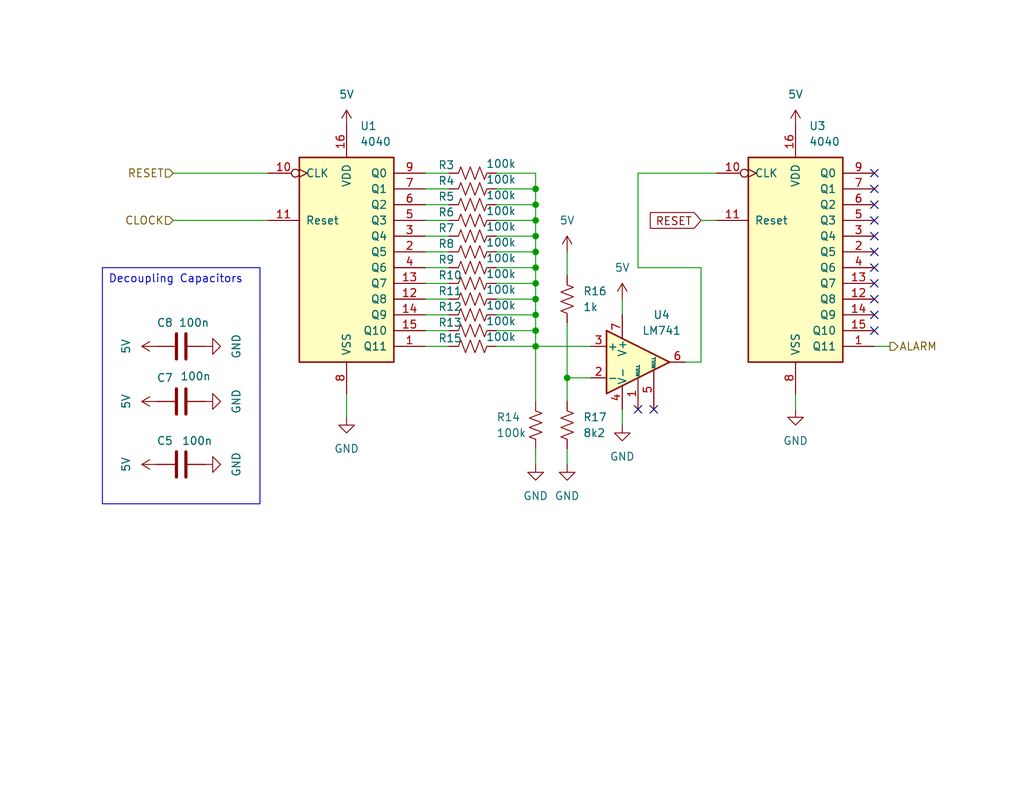
<source format=kicad_sch>
(kicad_sch
	(version 20250114)
	(generator "eeschema")
	(generator_version "9.0")
	(uuid "f31f6da4-c9a6-4cb8-b93b-06cc8203616f")
	(paper "User" 165.1 127)
	(title_block
		(comment 1 "Contador binario desde reloj (1-10 Hz)")
		(comment 2 "2")
	)
	(lib_symbols
		(symbol "4xxx:4040"
			(pin_names
				(offset 1.016)
			)
			(exclude_from_sim no)
			(in_bom yes)
			(on_board yes)
			(property "Reference" "U"
				(at -7.62 16.51 0)
				(effects
					(font
						(size 1.27 1.27)
					)
				)
			)
			(property "Value" "4040"
				(at -7.62 -19.05 0)
				(effects
					(font
						(size 1.27 1.27)
					)
				)
			)
			(property "Footprint" ""
				(at 0 0 0)
				(effects
					(font
						(size 1.27 1.27)
					)
					(hide yes)
				)
			)
			(property "Datasheet" "http://www.intersil.com/content/dam/Intersil/documents/cd40/cd4020bms-24bms-40bms.pdf"
				(at 0 0 0)
				(effects
					(font
						(size 1.27 1.27)
					)
					(hide yes)
				)
			)
			(property "Description" "Binary Counter 12 stages (Asynchronous)"
				(at 0 0 0)
				(effects
					(font
						(size 1.27 1.27)
					)
					(hide yes)
				)
			)
			(property "ki_locked" ""
				(at 0 0 0)
				(effects
					(font
						(size 1.27 1.27)
					)
				)
			)
			(property "ki_keywords" "CMOS CNT CNT12"
				(at 0 0 0)
				(effects
					(font
						(size 1.27 1.27)
					)
					(hide yes)
				)
			)
			(property "ki_fp_filters" "DIP?16*"
				(at 0 0 0)
				(effects
					(font
						(size 1.27 1.27)
					)
					(hide yes)
				)
			)
			(symbol "4040_1_0"
				(pin input inverted_clock
					(at -12.7 12.7 0)
					(length 5.08)
					(name "CLK"
						(effects
							(font
								(size 1.27 1.27)
							)
						)
					)
					(number "10"
						(effects
							(font
								(size 1.27 1.27)
							)
						)
					)
				)
				(pin input line
					(at -12.7 5.08 0)
					(length 5.08)
					(name "Reset"
						(effects
							(font
								(size 1.27 1.27)
							)
						)
					)
					(number "11"
						(effects
							(font
								(size 1.27 1.27)
							)
						)
					)
				)
				(pin power_in line
					(at 0 20.32 270)
					(length 5.08)
					(name "VDD"
						(effects
							(font
								(size 1.27 1.27)
							)
						)
					)
					(number "16"
						(effects
							(font
								(size 1.27 1.27)
							)
						)
					)
				)
				(pin power_in line
					(at 0 -22.86 90)
					(length 5.08)
					(name "VSS"
						(effects
							(font
								(size 1.27 1.27)
							)
						)
					)
					(number "8"
						(effects
							(font
								(size 1.27 1.27)
							)
						)
					)
				)
				(pin output line
					(at 12.7 12.7 180)
					(length 5.08)
					(name "Q0"
						(effects
							(font
								(size 1.27 1.27)
							)
						)
					)
					(number "9"
						(effects
							(font
								(size 1.27 1.27)
							)
						)
					)
				)
				(pin output line
					(at 12.7 10.16 180)
					(length 5.08)
					(name "Q1"
						(effects
							(font
								(size 1.27 1.27)
							)
						)
					)
					(number "7"
						(effects
							(font
								(size 1.27 1.27)
							)
						)
					)
				)
				(pin output line
					(at 12.7 7.62 180)
					(length 5.08)
					(name "Q2"
						(effects
							(font
								(size 1.27 1.27)
							)
						)
					)
					(number "6"
						(effects
							(font
								(size 1.27 1.27)
							)
						)
					)
				)
				(pin output line
					(at 12.7 5.08 180)
					(length 5.08)
					(name "Q3"
						(effects
							(font
								(size 1.27 1.27)
							)
						)
					)
					(number "5"
						(effects
							(font
								(size 1.27 1.27)
							)
						)
					)
				)
				(pin output line
					(at 12.7 2.54 180)
					(length 5.08)
					(name "Q4"
						(effects
							(font
								(size 1.27 1.27)
							)
						)
					)
					(number "3"
						(effects
							(font
								(size 1.27 1.27)
							)
						)
					)
				)
				(pin output line
					(at 12.7 0 180)
					(length 5.08)
					(name "Q5"
						(effects
							(font
								(size 1.27 1.27)
							)
						)
					)
					(number "2"
						(effects
							(font
								(size 1.27 1.27)
							)
						)
					)
				)
				(pin output line
					(at 12.7 -2.54 180)
					(length 5.08)
					(name "Q6"
						(effects
							(font
								(size 1.27 1.27)
							)
						)
					)
					(number "4"
						(effects
							(font
								(size 1.27 1.27)
							)
						)
					)
				)
				(pin output line
					(at 12.7 -5.08 180)
					(length 5.08)
					(name "Q7"
						(effects
							(font
								(size 1.27 1.27)
							)
						)
					)
					(number "13"
						(effects
							(font
								(size 1.27 1.27)
							)
						)
					)
				)
				(pin output line
					(at 12.7 -7.62 180)
					(length 5.08)
					(name "Q8"
						(effects
							(font
								(size 1.27 1.27)
							)
						)
					)
					(number "12"
						(effects
							(font
								(size 1.27 1.27)
							)
						)
					)
				)
				(pin output line
					(at 12.7 -10.16 180)
					(length 5.08)
					(name "Q9"
						(effects
							(font
								(size 1.27 1.27)
							)
						)
					)
					(number "14"
						(effects
							(font
								(size 1.27 1.27)
							)
						)
					)
				)
				(pin output line
					(at 12.7 -12.7 180)
					(length 5.08)
					(name "Q10"
						(effects
							(font
								(size 1.27 1.27)
							)
						)
					)
					(number "15"
						(effects
							(font
								(size 1.27 1.27)
							)
						)
					)
				)
				(pin output line
					(at 12.7 -15.24 180)
					(length 5.08)
					(name "Q11"
						(effects
							(font
								(size 1.27 1.27)
							)
						)
					)
					(number "1"
						(effects
							(font
								(size 1.27 1.27)
							)
						)
					)
				)
			)
			(symbol "4040_1_1"
				(rectangle
					(start -7.62 15.24)
					(end 7.62 -17.78)
					(stroke
						(width 0.254)
						(type default)
					)
					(fill
						(type background)
					)
				)
			)
			(embedded_fonts no)
		)
		(symbol "Amplifier_Operational:LM741"
			(pin_names
				(offset 0.127)
			)
			(exclude_from_sim no)
			(in_bom yes)
			(on_board yes)
			(property "Reference" "U"
				(at 0 6.35 0)
				(effects
					(font
						(size 1.27 1.27)
					)
					(justify left)
				)
			)
			(property "Value" "LM741"
				(at 0 3.81 0)
				(effects
					(font
						(size 1.27 1.27)
					)
					(justify left)
				)
			)
			(property "Footprint" ""
				(at 1.27 1.27 0)
				(effects
					(font
						(size 1.27 1.27)
					)
					(hide yes)
				)
			)
			(property "Datasheet" "http://www.ti.com/lit/ds/symlink/lm741.pdf"
				(at 3.81 3.81 0)
				(effects
					(font
						(size 1.27 1.27)
					)
					(hide yes)
				)
			)
			(property "Description" "Operational Amplifier, DIP-8/TO-99-8"
				(at 0 0 0)
				(effects
					(font
						(size 1.27 1.27)
					)
					(hide yes)
				)
			)
			(property "ki_keywords" "single opamp"
				(at 0 0 0)
				(effects
					(font
						(size 1.27 1.27)
					)
					(hide yes)
				)
			)
			(property "ki_fp_filters" "SOIC*3.9x4.9mm*P1.27mm* DIP*W7.62mm* TSSOP*3x3mm*P0.65mm*"
				(at 0 0 0)
				(effects
					(font
						(size 1.27 1.27)
					)
					(hide yes)
				)
			)
			(symbol "LM741_0_1"
				(polyline
					(pts
						(xy -5.08 5.08) (xy 5.08 0) (xy -5.08 -5.08) (xy -5.08 5.08)
					)
					(stroke
						(width 0.254)
						(type default)
					)
					(fill
						(type background)
					)
				)
			)
			(symbol "LM741_1_1"
				(pin input line
					(at -7.62 2.54 0)
					(length 2.54)
					(name "+"
						(effects
							(font
								(size 1.27 1.27)
							)
						)
					)
					(number "3"
						(effects
							(font
								(size 1.27 1.27)
							)
						)
					)
				)
				(pin input line
					(at -7.62 -2.54 0)
					(length 2.54)
					(name "-"
						(effects
							(font
								(size 1.27 1.27)
							)
						)
					)
					(number "2"
						(effects
							(font
								(size 1.27 1.27)
							)
						)
					)
				)
				(pin power_in line
					(at -2.54 7.62 270)
					(length 3.81)
					(name "V+"
						(effects
							(font
								(size 1.27 1.27)
							)
						)
					)
					(number "7"
						(effects
							(font
								(size 1.27 1.27)
							)
						)
					)
				)
				(pin power_in line
					(at -2.54 -7.62 90)
					(length 3.81)
					(name "V-"
						(effects
							(font
								(size 1.27 1.27)
							)
						)
					)
					(number "4"
						(effects
							(font
								(size 1.27 1.27)
							)
						)
					)
				)
				(pin no_connect line
					(at 0 2.54 270)
					(length 2.54)
					(hide yes)
					(name "NC"
						(effects
							(font
								(size 1.27 1.27)
							)
						)
					)
					(number "8"
						(effects
							(font
								(size 1.27 1.27)
							)
						)
					)
				)
				(pin input line
					(at 0 -7.62 90)
					(length 5.08)
					(name "NULL"
						(effects
							(font
								(size 0.508 0.508)
							)
						)
					)
					(number "1"
						(effects
							(font
								(size 1.27 1.27)
							)
						)
					)
				)
				(pin input line
					(at 2.54 -7.62 90)
					(length 6.35)
					(name "NULL"
						(effects
							(font
								(size 0.508 0.508)
							)
						)
					)
					(number "5"
						(effects
							(font
								(size 1.27 1.27)
							)
						)
					)
				)
				(pin output line
					(at 7.62 0 180)
					(length 2.54)
					(name "~"
						(effects
							(font
								(size 1.27 1.27)
							)
						)
					)
					(number "6"
						(effects
							(font
								(size 1.27 1.27)
							)
						)
					)
				)
			)
			(embedded_fonts no)
		)
		(symbol "Device:C"
			(pin_numbers
				(hide yes)
			)
			(pin_names
				(offset 0.254)
			)
			(exclude_from_sim no)
			(in_bom yes)
			(on_board yes)
			(property "Reference" "C"
				(at 0.635 2.54 0)
				(effects
					(font
						(size 1.27 1.27)
					)
					(justify left)
				)
			)
			(property "Value" "C"
				(at 0.635 -2.54 0)
				(effects
					(font
						(size 1.27 1.27)
					)
					(justify left)
				)
			)
			(property "Footprint" ""
				(at 0.9652 -3.81 0)
				(effects
					(font
						(size 1.27 1.27)
					)
					(hide yes)
				)
			)
			(property "Datasheet" "~"
				(at 0 0 0)
				(effects
					(font
						(size 1.27 1.27)
					)
					(hide yes)
				)
			)
			(property "Description" "Unpolarized capacitor"
				(at 0 0 0)
				(effects
					(font
						(size 1.27 1.27)
					)
					(hide yes)
				)
			)
			(property "ki_keywords" "cap capacitor"
				(at 0 0 0)
				(effects
					(font
						(size 1.27 1.27)
					)
					(hide yes)
				)
			)
			(property "ki_fp_filters" "C_*"
				(at 0 0 0)
				(effects
					(font
						(size 1.27 1.27)
					)
					(hide yes)
				)
			)
			(symbol "C_0_1"
				(polyline
					(pts
						(xy -2.032 0.762) (xy 2.032 0.762)
					)
					(stroke
						(width 0.508)
						(type default)
					)
					(fill
						(type none)
					)
				)
				(polyline
					(pts
						(xy -2.032 -0.762) (xy 2.032 -0.762)
					)
					(stroke
						(width 0.508)
						(type default)
					)
					(fill
						(type none)
					)
				)
			)
			(symbol "C_1_1"
				(pin passive line
					(at 0 3.81 270)
					(length 2.794)
					(name "~"
						(effects
							(font
								(size 1.27 1.27)
							)
						)
					)
					(number "1"
						(effects
							(font
								(size 1.27 1.27)
							)
						)
					)
				)
				(pin passive line
					(at 0 -3.81 90)
					(length 2.794)
					(name "~"
						(effects
							(font
								(size 1.27 1.27)
							)
						)
					)
					(number "2"
						(effects
							(font
								(size 1.27 1.27)
							)
						)
					)
				)
			)
			(embedded_fonts no)
		)
		(symbol "Device:R_US"
			(pin_numbers
				(hide yes)
			)
			(pin_names
				(offset 0)
			)
			(exclude_from_sim no)
			(in_bom yes)
			(on_board yes)
			(property "Reference" "R"
				(at 2.54 0 90)
				(effects
					(font
						(size 1.27 1.27)
					)
				)
			)
			(property "Value" "R_US"
				(at -2.54 0 90)
				(effects
					(font
						(size 1.27 1.27)
					)
				)
			)
			(property "Footprint" ""
				(at 1.016 -0.254 90)
				(effects
					(font
						(size 1.27 1.27)
					)
					(hide yes)
				)
			)
			(property "Datasheet" "~"
				(at 0 0 0)
				(effects
					(font
						(size 1.27 1.27)
					)
					(hide yes)
				)
			)
			(property "Description" "Resistor, US symbol"
				(at 0 0 0)
				(effects
					(font
						(size 1.27 1.27)
					)
					(hide yes)
				)
			)
			(property "ki_keywords" "R res resistor"
				(at 0 0 0)
				(effects
					(font
						(size 1.27 1.27)
					)
					(hide yes)
				)
			)
			(property "ki_fp_filters" "R_*"
				(at 0 0 0)
				(effects
					(font
						(size 1.27 1.27)
					)
					(hide yes)
				)
			)
			(symbol "R_US_0_1"
				(polyline
					(pts
						(xy 0 2.286) (xy 0 2.54)
					)
					(stroke
						(width 0)
						(type default)
					)
					(fill
						(type none)
					)
				)
				(polyline
					(pts
						(xy 0 2.286) (xy 1.016 1.905) (xy 0 1.524) (xy -1.016 1.143) (xy 0 0.762)
					)
					(stroke
						(width 0)
						(type default)
					)
					(fill
						(type none)
					)
				)
				(polyline
					(pts
						(xy 0 0.762) (xy 1.016 0.381) (xy 0 0) (xy -1.016 -0.381) (xy 0 -0.762)
					)
					(stroke
						(width 0)
						(type default)
					)
					(fill
						(type none)
					)
				)
				(polyline
					(pts
						(xy 0 -0.762) (xy 1.016 -1.143) (xy 0 -1.524) (xy -1.016 -1.905) (xy 0 -2.286)
					)
					(stroke
						(width 0)
						(type default)
					)
					(fill
						(type none)
					)
				)
				(polyline
					(pts
						(xy 0 -2.286) (xy 0 -2.54)
					)
					(stroke
						(width 0)
						(type default)
					)
					(fill
						(type none)
					)
				)
			)
			(symbol "R_US_1_1"
				(pin passive line
					(at 0 3.81 270)
					(length 1.27)
					(name "~"
						(effects
							(font
								(size 1.27 1.27)
							)
						)
					)
					(number "1"
						(effects
							(font
								(size 1.27 1.27)
							)
						)
					)
				)
				(pin passive line
					(at 0 -3.81 90)
					(length 1.27)
					(name "~"
						(effects
							(font
								(size 1.27 1.27)
							)
						)
					)
					(number "2"
						(effects
							(font
								(size 1.27 1.27)
							)
						)
					)
				)
			)
			(embedded_fonts no)
		)
		(symbol "power:GND"
			(power)
			(pin_numbers
				(hide yes)
			)
			(pin_names
				(offset 0)
				(hide yes)
			)
			(exclude_from_sim no)
			(in_bom yes)
			(on_board yes)
			(property "Reference" "#PWR"
				(at 0 -6.35 0)
				(effects
					(font
						(size 1.27 1.27)
					)
					(hide yes)
				)
			)
			(property "Value" "GND"
				(at 0 -3.81 0)
				(effects
					(font
						(size 1.27 1.27)
					)
				)
			)
			(property "Footprint" ""
				(at 0 0 0)
				(effects
					(font
						(size 1.27 1.27)
					)
					(hide yes)
				)
			)
			(property "Datasheet" ""
				(at 0 0 0)
				(effects
					(font
						(size 1.27 1.27)
					)
					(hide yes)
				)
			)
			(property "Description" "Power symbol creates a global label with name \"GND\" , ground"
				(at 0 0 0)
				(effects
					(font
						(size 1.27 1.27)
					)
					(hide yes)
				)
			)
			(property "ki_keywords" "global power"
				(at 0 0 0)
				(effects
					(font
						(size 1.27 1.27)
					)
					(hide yes)
				)
			)
			(symbol "GND_0_1"
				(polyline
					(pts
						(xy 0 0) (xy 0 -1.27) (xy 1.27 -1.27) (xy 0 -2.54) (xy -1.27 -1.27) (xy 0 -1.27)
					)
					(stroke
						(width 0)
						(type default)
					)
					(fill
						(type none)
					)
				)
			)
			(symbol "GND_1_1"
				(pin power_in line
					(at 0 0 270)
					(length 0)
					(name "~"
						(effects
							(font
								(size 1.27 1.27)
							)
						)
					)
					(number "1"
						(effects
							(font
								(size 1.27 1.27)
							)
						)
					)
				)
			)
			(embedded_fonts no)
		)
		(symbol "power:VCC"
			(power)
			(pin_numbers
				(hide yes)
			)
			(pin_names
				(offset 0)
				(hide yes)
			)
			(exclude_from_sim no)
			(in_bom yes)
			(on_board yes)
			(property "Reference" "#PWR"
				(at 0 -3.81 0)
				(effects
					(font
						(size 1.27 1.27)
					)
					(hide yes)
				)
			)
			(property "Value" "VCC"
				(at 0 3.556 0)
				(effects
					(font
						(size 1.27 1.27)
					)
				)
			)
			(property "Footprint" ""
				(at 0 0 0)
				(effects
					(font
						(size 1.27 1.27)
					)
					(hide yes)
				)
			)
			(property "Datasheet" ""
				(at 0 0 0)
				(effects
					(font
						(size 1.27 1.27)
					)
					(hide yes)
				)
			)
			(property "Description" "Power symbol creates a global label with name \"VCC\""
				(at 0 0 0)
				(effects
					(font
						(size 1.27 1.27)
					)
					(hide yes)
				)
			)
			(property "ki_keywords" "global power"
				(at 0 0 0)
				(effects
					(font
						(size 1.27 1.27)
					)
					(hide yes)
				)
			)
			(symbol "VCC_0_1"
				(polyline
					(pts
						(xy -0.762 1.27) (xy 0 2.54)
					)
					(stroke
						(width 0)
						(type default)
					)
					(fill
						(type none)
					)
				)
				(polyline
					(pts
						(xy 0 2.54) (xy 0.762 1.27)
					)
					(stroke
						(width 0)
						(type default)
					)
					(fill
						(type none)
					)
				)
				(polyline
					(pts
						(xy 0 0) (xy 0 2.54)
					)
					(stroke
						(width 0)
						(type default)
					)
					(fill
						(type none)
					)
				)
			)
			(symbol "VCC_1_1"
				(pin power_in line
					(at 0 0 90)
					(length 0)
					(name "~"
						(effects
							(font
								(size 1.27 1.27)
							)
						)
					)
					(number "1"
						(effects
							(font
								(size 1.27 1.27)
							)
						)
					)
				)
			)
			(embedded_fonts no)
		)
	)
	(text_box "Decoupling Capacitors\n"
		(exclude_from_sim no)
		(at 16.51 43.18 0)
		(size 25.4 38.1)
		(margins 0.9525 0.9525 0.9525 0.9525)
		(stroke
			(width 0)
			(type solid)
		)
		(fill
			(type none)
		)
		(effects
			(font
				(size 1.27 1.27)
			)
			(justify left top)
		)
		(uuid "74dca505-d5f3-4533-9ae0-338b5b10dbf3")
	)
	(junction
		(at 86.36 30.48)
		(diameter 0)
		(color 0 0 0 0)
		(uuid "01597b41-5248-4258-9046-77b162f234fc")
	)
	(junction
		(at 86.36 35.56)
		(diameter 0)
		(color 0 0 0 0)
		(uuid "0a856318-5111-42e2-a1ad-2b0d4d228833")
	)
	(junction
		(at 86.36 38.1)
		(diameter 0)
		(color 0 0 0 0)
		(uuid "3295973e-469b-4d16-ac72-065230583726")
	)
	(junction
		(at 86.36 53.34)
		(diameter 0)
		(color 0 0 0 0)
		(uuid "494c263b-496e-4ef6-9b68-7047504f855a")
	)
	(junction
		(at 86.36 48.26)
		(diameter 0)
		(color 0 0 0 0)
		(uuid "626e64c7-6526-4695-bafc-8827d5619ca3")
	)
	(junction
		(at 86.36 45.72)
		(diameter 0)
		(color 0 0 0 0)
		(uuid "8fd63470-c8a7-4f67-ac49-8700042d2b60")
	)
	(junction
		(at 86.36 43.18)
		(diameter 0)
		(color 0 0 0 0)
		(uuid "92827f1d-b87a-457c-b856-46cd2477418d")
	)
	(junction
		(at 86.36 33.02)
		(diameter 0)
		(color 0 0 0 0)
		(uuid "a546ad14-e055-4087-85e4-e3b29a19b1b4")
	)
	(junction
		(at 86.36 50.8)
		(diameter 0)
		(color 0 0 0 0)
		(uuid "bca556d2-28eb-4c08-a9a6-91fb5f43b44f")
	)
	(junction
		(at 91.44 60.96)
		(diameter 0)
		(color 0 0 0 0)
		(uuid "bd264c8a-6f88-46d0-aa01-1d6bdefa8f23")
	)
	(junction
		(at 86.36 40.64)
		(diameter 0)
		(color 0 0 0 0)
		(uuid "eda49e85-9c61-48cc-9fee-8af9dc666238")
	)
	(junction
		(at 86.36 55.88)
		(diameter 0)
		(color 0 0 0 0)
		(uuid "f8011707-0fbd-4d70-81b8-8681a43cc8a2")
	)
	(no_connect
		(at 105.41 66.04)
		(uuid "101aae00-83a1-4302-986f-3c726915b48f")
	)
	(no_connect
		(at 140.97 45.72)
		(uuid "219331e1-4d73-4357-821d-d287d4186574")
	)
	(no_connect
		(at 140.97 40.64)
		(uuid "34efbf9e-86a0-4562-89bc-a4861c752d62")
	)
	(no_connect
		(at 140.97 27.94)
		(uuid "3d68d588-1d0f-43c8-9a5d-d3a04232307c")
	)
	(no_connect
		(at 140.97 38.1)
		(uuid "44efe729-0bc2-49cd-aee0-5d0c814f2ff5")
	)
	(no_connect
		(at 140.97 50.8)
		(uuid "692c7205-cde1-4162-b0d5-41f4a214ea2f")
	)
	(no_connect
		(at 140.97 33.02)
		(uuid "7491c41b-c329-4cc2-a48c-864edef2c21c")
	)
	(no_connect
		(at 102.87 66.04)
		(uuid "74e7a2e8-b102-4dca-b009-ac131266c0ac")
	)
	(no_connect
		(at 140.97 30.48)
		(uuid "80e2e659-1de4-4c7c-b768-00afe06e0232")
	)
	(no_connect
		(at 140.97 43.18)
		(uuid "84f68ad5-aade-441c-83fd-7c418235f020")
	)
	(no_connect
		(at 140.97 35.56)
		(uuid "b49afaa5-c7d7-4fac-804c-7fa598eda7cb")
	)
	(no_connect
		(at 140.97 48.26)
		(uuid "ee93f14c-7839-4a74-828f-66a7427d97c7")
	)
	(no_connect
		(at 140.97 53.34)
		(uuid "f6380026-9917-4ead-b623-2f73de71f0fb")
	)
	(wire
		(pts
			(xy 68.58 50.8) (xy 72.39 50.8)
		)
		(stroke
			(width 0)
			(type default)
		)
		(uuid "01b9917d-f058-4c3c-b59c-af4ca485aa4e")
	)
	(wire
		(pts
			(xy 86.36 45.72) (xy 86.36 48.26)
		)
		(stroke
			(width 0)
			(type default)
		)
		(uuid "04a432b3-4262-452b-bbad-7a114d79c163")
	)
	(wire
		(pts
			(xy 68.58 55.88) (xy 72.39 55.88)
		)
		(stroke
			(width 0)
			(type default)
		)
		(uuid "09dfda84-17ae-4aa1-ac61-9904fddd5e2f")
	)
	(wire
		(pts
			(xy 86.36 30.48) (xy 86.36 33.02)
		)
		(stroke
			(width 0)
			(type default)
		)
		(uuid "178ba630-e7ef-4f38-9e20-ffe8b9b2b01c")
	)
	(wire
		(pts
			(xy 110.49 58.42) (xy 113.03 58.42)
		)
		(stroke
			(width 0)
			(type default)
		)
		(uuid "1958bad7-88d8-4603-b4fb-80ff8e87391e")
	)
	(wire
		(pts
			(xy 80.01 43.18) (xy 86.36 43.18)
		)
		(stroke
			(width 0)
			(type default)
		)
		(uuid "1c2095cb-3b2a-4639-83ad-a4948815f8d6")
	)
	(wire
		(pts
			(xy 102.87 27.94) (xy 102.87 43.18)
		)
		(stroke
			(width 0)
			(type default)
		)
		(uuid "2718f622-451c-478f-bbf2-ee34ba0c387e")
	)
	(wire
		(pts
			(xy 80.01 40.64) (xy 86.36 40.64)
		)
		(stroke
			(width 0)
			(type default)
		)
		(uuid "28d4731e-d70e-4841-84c3-c4bae6b27bc6")
	)
	(wire
		(pts
			(xy 86.36 50.8) (xy 86.36 53.34)
		)
		(stroke
			(width 0)
			(type default)
		)
		(uuid "31319d58-1489-4f05-9e97-e60ad68cb141")
	)
	(wire
		(pts
			(xy 113.03 58.42) (xy 113.03 43.18)
		)
		(stroke
			(width 0)
			(type default)
		)
		(uuid "332d1988-e892-4985-86e4-29b330dc1dc5")
	)
	(wire
		(pts
			(xy 68.58 53.34) (xy 72.39 53.34)
		)
		(stroke
			(width 0)
			(type default)
		)
		(uuid "349cd7b3-c53f-470f-a503-7215c4dd7241")
	)
	(wire
		(pts
			(xy 86.36 55.88) (xy 86.36 64.77)
		)
		(stroke
			(width 0)
			(type default)
		)
		(uuid "3810982d-6355-475a-a5c2-04efe071e21b")
	)
	(wire
		(pts
			(xy 80.01 53.34) (xy 86.36 53.34)
		)
		(stroke
			(width 0)
			(type default)
		)
		(uuid "3aab4515-4f31-43f9-93ee-f79df9dfb5c8")
	)
	(wire
		(pts
			(xy 140.97 55.88) (xy 143.51 55.88)
		)
		(stroke
			(width 0)
			(type default)
		)
		(uuid "3c79d4a3-e0a8-40a4-bebd-c4c7751258f6")
	)
	(wire
		(pts
			(xy 68.58 38.1) (xy 72.39 38.1)
		)
		(stroke
			(width 0)
			(type default)
		)
		(uuid "3f430caf-8158-46cb-95fb-412dcfff9bdb")
	)
	(wire
		(pts
			(xy 86.36 35.56) (xy 86.36 38.1)
		)
		(stroke
			(width 0)
			(type default)
		)
		(uuid "3f7008fd-5786-469f-95fb-f52d350d3598")
	)
	(wire
		(pts
			(xy 91.44 72.39) (xy 91.44 74.93)
		)
		(stroke
			(width 0)
			(type default)
		)
		(uuid "42ba73bb-bcd1-4a8f-ae57-cdcd30dd345d")
	)
	(wire
		(pts
			(xy 68.58 48.26) (xy 72.39 48.26)
		)
		(stroke
			(width 0)
			(type default)
		)
		(uuid "454eeb15-e99a-4c98-a61b-49f46171f461")
	)
	(wire
		(pts
			(xy 80.01 45.72) (xy 86.36 45.72)
		)
		(stroke
			(width 0)
			(type default)
		)
		(uuid "4e4f9daa-47c0-4b4e-9a87-b5e12d3eb785")
	)
	(wire
		(pts
			(xy 80.01 33.02) (xy 86.36 33.02)
		)
		(stroke
			(width 0)
			(type default)
		)
		(uuid "508043d3-3ce8-410c-8d6b-b33f5a2bb1a9")
	)
	(wire
		(pts
			(xy 91.44 60.96) (xy 91.44 64.77)
		)
		(stroke
			(width 0)
			(type default)
		)
		(uuid "521c352e-053c-4b8c-813b-838719fc4145")
	)
	(wire
		(pts
			(xy 128.27 63.5) (xy 128.27 66.04)
		)
		(stroke
			(width 0)
			(type default)
		)
		(uuid "54a743a7-6247-4cc4-bec9-a8a0c2f6d194")
	)
	(wire
		(pts
			(xy 86.36 27.94) (xy 86.36 30.48)
		)
		(stroke
			(width 0)
			(type default)
		)
		(uuid "56d4b954-7748-4ded-9090-2325c7ae24eb")
	)
	(wire
		(pts
			(xy 86.36 43.18) (xy 86.36 45.72)
		)
		(stroke
			(width 0)
			(type default)
		)
		(uuid "57c11822-aec5-468f-9330-abd177ac014a")
	)
	(wire
		(pts
			(xy 68.58 45.72) (xy 72.39 45.72)
		)
		(stroke
			(width 0)
			(type default)
		)
		(uuid "5a43c337-1dd0-40a7-a38f-6bb1cff03e77")
	)
	(wire
		(pts
			(xy 68.58 43.18) (xy 72.39 43.18)
		)
		(stroke
			(width 0)
			(type default)
		)
		(uuid "5db638b4-c83b-4161-abea-e3602df9103a")
	)
	(wire
		(pts
			(xy 80.01 38.1) (xy 86.36 38.1)
		)
		(stroke
			(width 0)
			(type default)
		)
		(uuid "5ddd10f0-ff06-4ffe-a455-09dba205d0d9")
	)
	(wire
		(pts
			(xy 86.36 72.39) (xy 86.36 74.93)
		)
		(stroke
			(width 0)
			(type default)
		)
		(uuid "658b190f-f8c6-48a5-b8e1-5bf210709c37")
	)
	(wire
		(pts
			(xy 80.01 50.8) (xy 86.36 50.8)
		)
		(stroke
			(width 0)
			(type default)
		)
		(uuid "6cf07c16-fdeb-4247-a2f2-af3fc1ccdf65")
	)
	(wire
		(pts
			(xy 68.58 40.64) (xy 72.39 40.64)
		)
		(stroke
			(width 0)
			(type default)
		)
		(uuid "72b53835-b9c1-461c-b70b-fc6fe951c24a")
	)
	(wire
		(pts
			(xy 80.01 35.56) (xy 86.36 35.56)
		)
		(stroke
			(width 0)
			(type default)
		)
		(uuid "72b93fed-a78a-4f0b-8d38-faecd6c2340e")
	)
	(wire
		(pts
			(xy 86.36 38.1) (xy 86.36 40.64)
		)
		(stroke
			(width 0)
			(type default)
		)
		(uuid "77fd8a91-b76f-433e-9e52-719be5733259")
	)
	(wire
		(pts
			(xy 68.58 30.48) (xy 72.39 30.48)
		)
		(stroke
			(width 0)
			(type default)
		)
		(uuid "7d6b53b0-36ef-4e4c-b636-a9abd92e1115")
	)
	(wire
		(pts
			(xy 86.36 48.26) (xy 86.36 50.8)
		)
		(stroke
			(width 0)
			(type default)
		)
		(uuid "861b516c-3c92-41a5-b82f-ec3fadac74a1")
	)
	(wire
		(pts
			(xy 80.01 48.26) (xy 86.36 48.26)
		)
		(stroke
			(width 0)
			(type default)
		)
		(uuid "87d302d4-8093-4a48-be88-236e3082790e")
	)
	(wire
		(pts
			(xy 80.01 30.48) (xy 86.36 30.48)
		)
		(stroke
			(width 0)
			(type default)
		)
		(uuid "8e1d0c3e-f85d-44ef-a3d0-7c83266bb416")
	)
	(wire
		(pts
			(xy 91.44 40.64) (xy 91.44 44.45)
		)
		(stroke
			(width 0)
			(type default)
		)
		(uuid "8fe21b79-2ae9-4c71-b55f-4cd17eaa3029")
	)
	(wire
		(pts
			(xy 80.01 55.88) (xy 86.36 55.88)
		)
		(stroke
			(width 0)
			(type default)
		)
		(uuid "92feacc1-e4a4-493b-b782-736cb33af20a")
	)
	(wire
		(pts
			(xy 55.88 63.5) (xy 55.88 67.31)
		)
		(stroke
			(width 0)
			(type default)
		)
		(uuid "965b3c09-c363-42f3-8211-156f65800ebc")
	)
	(wire
		(pts
			(xy 27.94 27.94) (xy 43.18 27.94)
		)
		(stroke
			(width 0)
			(type default)
		)
		(uuid "a28712f7-536a-42e6-a6c9-b6fd94066a5f")
	)
	(wire
		(pts
			(xy 91.44 60.96) (xy 95.25 60.96)
		)
		(stroke
			(width 0)
			(type default)
		)
		(uuid "a37e2f8d-476f-4198-90ab-d712bd2028c1")
	)
	(wire
		(pts
			(xy 80.01 27.94) (xy 86.36 27.94)
		)
		(stroke
			(width 0)
			(type default)
		)
		(uuid "a7d75c3f-c4aa-49c0-82c8-5774b20451ad")
	)
	(wire
		(pts
			(xy 86.36 40.64) (xy 86.36 43.18)
		)
		(stroke
			(width 0)
			(type default)
		)
		(uuid "ad385a0f-7fbe-4929-a088-c20b824f7a8c")
	)
	(wire
		(pts
			(xy 113.03 35.56) (xy 115.57 35.56)
		)
		(stroke
			(width 0)
			(type default)
		)
		(uuid "af7e9333-c722-4d4c-8ccb-0fc80349a5d3")
	)
	(wire
		(pts
			(xy 68.58 27.94) (xy 72.39 27.94)
		)
		(stroke
			(width 0)
			(type default)
		)
		(uuid "bcc128b9-9c22-4da0-af47-2fc71c9d6598")
	)
	(wire
		(pts
			(xy 68.58 33.02) (xy 72.39 33.02)
		)
		(stroke
			(width 0)
			(type default)
		)
		(uuid "c88108d5-51c2-4bef-9805-65cd41ff2bea")
	)
	(wire
		(pts
			(xy 86.36 33.02) (xy 86.36 35.56)
		)
		(stroke
			(width 0)
			(type default)
		)
		(uuid "cda1b6ed-a2e8-44c5-95e8-edd4e4689de1")
	)
	(wire
		(pts
			(xy 91.44 52.07) (xy 91.44 60.96)
		)
		(stroke
			(width 0)
			(type default)
		)
		(uuid "d6553076-6612-4be0-abc5-ee5661622e94")
	)
	(wire
		(pts
			(xy 100.33 66.04) (xy 100.33 68.58)
		)
		(stroke
			(width 0)
			(type default)
		)
		(uuid "d6d9325a-eeb0-4058-a864-a170107ec1f6")
	)
	(wire
		(pts
			(xy 113.03 43.18) (xy 102.87 43.18)
		)
		(stroke
			(width 0)
			(type default)
		)
		(uuid "e373e89d-d061-4ac8-bef5-dce6a5f6e532")
	)
	(wire
		(pts
			(xy 86.36 55.88) (xy 95.25 55.88)
		)
		(stroke
			(width 0)
			(type default)
		)
		(uuid "f0baffbe-afc7-4250-a834-f542991ba12c")
	)
	(wire
		(pts
			(xy 68.58 35.56) (xy 72.39 35.56)
		)
		(stroke
			(width 0)
			(type default)
		)
		(uuid "f98f2138-b1af-4739-a50e-38ff268589f0")
	)
	(wire
		(pts
			(xy 100.33 48.26) (xy 100.33 50.8)
		)
		(stroke
			(width 0)
			(type default)
		)
		(uuid "fb39a9b4-bc45-49af-b5f3-6ac453f3adbc")
	)
	(wire
		(pts
			(xy 86.36 53.34) (xy 86.36 55.88)
		)
		(stroke
			(width 0)
			(type default)
		)
		(uuid "fb58351e-5b60-4f2e-a921-c0ffb673131f")
	)
	(wire
		(pts
			(xy 102.87 27.94) (xy 115.57 27.94)
		)
		(stroke
			(width 0)
			(type default)
		)
		(uuid "fcf3f286-e0cc-4748-9664-3f92a460dee9")
	)
	(wire
		(pts
			(xy 27.94 35.56) (xy 43.18 35.56)
		)
		(stroke
			(width 0)
			(type default)
		)
		(uuid "fe817acc-53d9-4a7b-b553-3ad13d1419d6")
	)
	(global_label "RESET"
		(shape input)
		(at 113.03 35.56 180)
		(fields_autoplaced yes)
		(effects
			(font
				(size 1.27 1.27)
			)
			(justify right)
		)
		(uuid "6fb15527-4870-471d-8703-030ef6fc480a")
		(property "Intersheetrefs" "${INTERSHEET_REFS}"
			(at 104.2997 35.56 0)
			(effects
				(font
					(size 1.27 1.27)
				)
				(justify right)
				(hide yes)
			)
		)
	)
	(hierarchical_label "ALARM"
		(shape output)
		(at 143.51 55.88 0)
		(effects
			(font
				(size 1.27 1.27)
			)
			(justify left)
		)
		(uuid "2a31ccfc-124a-49c8-800d-a531e5c860b5")
	)
	(hierarchical_label "CLOCK"
		(shape input)
		(at 27.94 35.56 180)
		(effects
			(font
				(size 1.27 1.27)
			)
			(justify right)
		)
		(uuid "5cb36d9c-770a-4d75-a0e6-1042cf9f944f")
	)
	(hierarchical_label "RESET"
		(shape input)
		(at 27.94 27.94 180)
		(effects
			(font
				(size 1.27 1.27)
			)
			(justify right)
		)
		(uuid "b0f07be0-5dbf-414d-8f97-da54b8311eb1")
	)
	(symbol
		(lib_id "power:VCC")
		(at 25.4 74.93 90)
		(unit 1)
		(exclude_from_sim no)
		(in_bom yes)
		(on_board yes)
		(dnp no)
		(fields_autoplaced yes)
		(uuid "03ec211e-021b-41f1-9b5c-e450991167c8")
		(property "Reference" "#PWR019"
			(at 29.21 74.93 0)
			(effects
				(font
					(size 1.27 1.27)
				)
				(hide yes)
			)
		)
		(property "Value" "5V"
			(at 20.32 74.93 0)
			(effects
				(font
					(size 1.27 1.27)
				)
			)
		)
		(property "Footprint" ""
			(at 25.4 74.93 0)
			(effects
				(font
					(size 1.27 1.27)
				)
				(hide yes)
			)
		)
		(property "Datasheet" ""
			(at 25.4 74.93 0)
			(effects
				(font
					(size 1.27 1.27)
				)
				(hide yes)
			)
		)
		(property "Description" "Power symbol creates a global label with name \"VCC\""
			(at 25.4 74.93 0)
			(effects
				(font
					(size 1.27 1.27)
				)
				(hide yes)
			)
		)
		(pin "1"
			(uuid "369acef9-0d5e-4e99-a333-6cb0ed743acb")
		)
		(instances
			(project "board"
				(path "/b7e46b49-ef9f-4f28-8032-5d189d1635e8/e91b9587-39c5-4646-9688-60b72a61f716"
					(reference "#PWR019")
					(unit 1)
				)
			)
		)
	)
	(symbol
		(lib_id "Device:R_US")
		(at 76.2 50.8 90)
		(unit 1)
		(exclude_from_sim no)
		(in_bom yes)
		(on_board yes)
		(dnp no)
		(uuid "052d858e-10e2-4846-8705-94653e6d9b83")
		(property "Reference" "R12"
			(at 70.612 48.768 90)
			(effects
				(font
					(size 1.27 1.27)
				)
				(justify right bottom)
			)
		)
		(property "Value" "100k"
			(at 80.772 49.276 90)
			(effects
				(font
					(size 1.27 1.27)
				)
			)
		)
		(property "Footprint" "Resistor_SMD:R_0603_1608Metric"
			(at 76.454 49.784 90)
			(effects
				(font
					(size 1.27 1.27)
				)
				(hide yes)
			)
		)
		(property "Datasheet" "~"
			(at 76.2 50.8 0)
			(effects
				(font
					(size 1.27 1.27)
				)
				(hide yes)
			)
		)
		(property "Description" "Resistor, US symbol"
			(at 76.2 50.8 0)
			(effects
				(font
					(size 1.27 1.27)
				)
				(hide yes)
			)
		)
		(pin "1"
			(uuid "04c3af94-921a-4e4d-965a-f2642ea14b24")
		)
		(pin "2"
			(uuid "b8ef7109-ec38-4a41-b194-ed739bba50e8")
		)
		(instances
			(project "board"
				(path "/b7e46b49-ef9f-4f28-8032-5d189d1635e8/e91b9587-39c5-4646-9688-60b72a61f716"
					(reference "R12")
					(unit 1)
				)
			)
		)
	)
	(symbol
		(lib_id "power:VCC")
		(at 25.4 64.77 90)
		(unit 1)
		(exclude_from_sim no)
		(in_bom yes)
		(on_board yes)
		(dnp no)
		(fields_autoplaced yes)
		(uuid "17bf30c9-f5fb-452c-8df1-1e7f3e154e71")
		(property "Reference" "#PWR020"
			(at 29.21 64.77 0)
			(effects
				(font
					(size 1.27 1.27)
				)
				(hide yes)
			)
		)
		(property "Value" "5V"
			(at 20.32 64.77 0)
			(effects
				(font
					(size 1.27 1.27)
				)
			)
		)
		(property "Footprint" ""
			(at 25.4 64.77 0)
			(effects
				(font
					(size 1.27 1.27)
				)
				(hide yes)
			)
		)
		(property "Datasheet" ""
			(at 25.4 64.77 0)
			(effects
				(font
					(size 1.27 1.27)
				)
				(hide yes)
			)
		)
		(property "Description" "Power symbol creates a global label with name \"VCC\""
			(at 25.4 64.77 0)
			(effects
				(font
					(size 1.27 1.27)
				)
				(hide yes)
			)
		)
		(pin "1"
			(uuid "e2b2f6c7-0d23-4ec7-b457-8073508b81cc")
		)
		(instances
			(project "board"
				(path "/b7e46b49-ef9f-4f28-8032-5d189d1635e8/e91b9587-39c5-4646-9688-60b72a61f716"
					(reference "#PWR020")
					(unit 1)
				)
			)
		)
	)
	(symbol
		(lib_id "4xxx:4040")
		(at 128.27 40.64 0)
		(unit 1)
		(exclude_from_sim no)
		(in_bom yes)
		(on_board yes)
		(dnp no)
		(fields_autoplaced yes)
		(uuid "19cb5ec9-7692-4351-8399-6e05b5a43288")
		(property "Reference" "U3"
			(at 130.4133 20.32 0)
			(effects
				(font
					(size 1.27 1.27)
				)
				(justify left)
			)
		)
		(property "Value" "4040"
			(at 130.4133 22.86 0)
			(effects
				(font
					(size 1.27 1.27)
				)
				(justify left)
			)
		)
		(property "Footprint" "Package_SO:SO-16_3.9x9.9mm_P1.27mm"
			(at 128.27 40.64 0)
			(effects
				(font
					(size 1.27 1.27)
				)
				(hide yes)
			)
		)
		(property "Datasheet" "http://www.intersil.com/content/dam/Intersil/documents/cd40/cd4020bms-24bms-40bms.pdf"
			(at 128.27 40.64 0)
			(effects
				(font
					(size 1.27 1.27)
				)
				(hide yes)
			)
		)
		(property "Description" "Binary Counter 12 stages (Asynchronous)"
			(at 128.27 40.64 0)
			(effects
				(font
					(size 1.27 1.27)
				)
				(hide yes)
			)
		)
		(pin "8"
			(uuid "1a9ef77f-e50d-41de-a340-2a006a41b931")
		)
		(pin "9"
			(uuid "31f3d4b6-7224-4e70-bbc1-4ba2bb544e7a")
		)
		(pin "13"
			(uuid "aaa65fa8-5a22-479e-8bdf-fedd5052750e")
		)
		(pin "5"
			(uuid "9b1ab908-42c6-459c-9744-58ee75c7504d")
		)
		(pin "12"
			(uuid "07f8f6fe-6f80-47ed-8fc7-03d814b57f4a")
		)
		(pin "6"
			(uuid "fe1d0db3-c53a-4ead-9f3e-c604724e8d84")
		)
		(pin "16"
			(uuid "47bc78d9-11cd-40b5-b8aa-44cbe74e9f3f")
		)
		(pin "3"
			(uuid "062557c4-c463-449d-a36c-010f3921c080")
		)
		(pin "15"
			(uuid "fe11842c-a73a-40fa-817e-3d0a26309bb0")
		)
		(pin "4"
			(uuid "2c3fa493-d598-47f0-a95a-ab3451b0c8b3")
		)
		(pin "1"
			(uuid "8b90a14f-3879-4f9e-9b3b-973a712c03c0")
		)
		(pin "10"
			(uuid "a920606d-46f3-4219-b584-6b3a2dad7a14")
		)
		(pin "2"
			(uuid "f7310f72-ab78-442d-9f76-e7527d036235")
		)
		(pin "7"
			(uuid "98180190-ab0c-44f5-8d5c-7a952bc83366")
		)
		(pin "11"
			(uuid "5d651571-fed3-4d8e-8889-dc84064fc87d")
		)
		(pin "14"
			(uuid "096283e5-92f4-476e-949a-74efdc6245e2")
		)
		(instances
			(project "board"
				(path "/b7e46b49-ef9f-4f28-8032-5d189d1635e8/e91b9587-39c5-4646-9688-60b72a61f716"
					(reference "U3")
					(unit 1)
				)
			)
		)
	)
	(symbol
		(lib_id "power:GND")
		(at 100.33 68.58 0)
		(unit 1)
		(exclude_from_sim no)
		(in_bom yes)
		(on_board yes)
		(dnp no)
		(fields_autoplaced yes)
		(uuid "20fec983-2d15-4f42-b1be-1659453510d7")
		(property "Reference" "#PWR05"
			(at 100.33 74.93 0)
			(effects
				(font
					(size 1.27 1.27)
				)
				(hide yes)
			)
		)
		(property "Value" "GND"
			(at 100.33 73.66 0)
			(effects
				(font
					(size 1.27 1.27)
				)
			)
		)
		(property "Footprint" ""
			(at 100.33 68.58 0)
			(effects
				(font
					(size 1.27 1.27)
				)
				(hide yes)
			)
		)
		(property "Datasheet" ""
			(at 100.33 68.58 0)
			(effects
				(font
					(size 1.27 1.27)
				)
				(hide yes)
			)
		)
		(property "Description" "Power symbol creates a global label with name \"GND\" , ground"
			(at 100.33 68.58 0)
			(effects
				(font
					(size 1.27 1.27)
				)
				(hide yes)
			)
		)
		(pin "1"
			(uuid "3c87bed1-345d-48a8-a369-de9acd9f0c01")
		)
		(instances
			(project "board"
				(path "/b7e46b49-ef9f-4f28-8032-5d189d1635e8/e91b9587-39c5-4646-9688-60b72a61f716"
					(reference "#PWR05")
					(unit 1)
				)
			)
		)
	)
	(symbol
		(lib_id "power:VCC")
		(at 128.27 20.32 0)
		(unit 1)
		(exclude_from_sim no)
		(in_bom yes)
		(on_board yes)
		(dnp no)
		(fields_autoplaced yes)
		(uuid "22573708-8c86-42bc-a0be-aaa60c36c8c5")
		(property "Reference" "#PWR016"
			(at 128.27 24.13 0)
			(effects
				(font
					(size 1.27 1.27)
				)
				(hide yes)
			)
		)
		(property "Value" "5V"
			(at 128.27 15.24 0)
			(effects
				(font
					(size 1.27 1.27)
				)
			)
		)
		(property "Footprint" ""
			(at 128.27 20.32 0)
			(effects
				(font
					(size 1.27 1.27)
				)
				(hide yes)
			)
		)
		(property "Datasheet" ""
			(at 128.27 20.32 0)
			(effects
				(font
					(size 1.27 1.27)
				)
				(hide yes)
			)
		)
		(property "Description" "Power symbol creates a global label with name \"VCC\""
			(at 128.27 20.32 0)
			(effects
				(font
					(size 1.27 1.27)
				)
				(hide yes)
			)
		)
		(pin "1"
			(uuid "aca72325-abde-401a-8fcb-ec005702384a")
		)
		(instances
			(project "board"
				(path "/b7e46b49-ef9f-4f28-8032-5d189d1635e8/e91b9587-39c5-4646-9688-60b72a61f716"
					(reference "#PWR016")
					(unit 1)
				)
			)
		)
	)
	(symbol
		(lib_id "power:GND")
		(at 55.88 67.31 0)
		(unit 1)
		(exclude_from_sim no)
		(in_bom yes)
		(on_board yes)
		(dnp no)
		(fields_autoplaced yes)
		(uuid "2879c9ba-47ee-4b09-81c6-6333ad6b5df5")
		(property "Reference" "#PWR02"
			(at 55.88 73.66 0)
			(effects
				(font
					(size 1.27 1.27)
				)
				(hide yes)
			)
		)
		(property "Value" "GND"
			(at 55.88 72.39 0)
			(effects
				(font
					(size 1.27 1.27)
				)
			)
		)
		(property "Footprint" ""
			(at 55.88 67.31 0)
			(effects
				(font
					(size 1.27 1.27)
				)
				(hide yes)
			)
		)
		(property "Datasheet" ""
			(at 55.88 67.31 0)
			(effects
				(font
					(size 1.27 1.27)
				)
				(hide yes)
			)
		)
		(property "Description" "Power symbol creates a global label with name \"GND\" , ground"
			(at 55.88 67.31 0)
			(effects
				(font
					(size 1.27 1.27)
				)
				(hide yes)
			)
		)
		(pin "1"
			(uuid "16f2d515-4a44-4376-a2cb-a1722838d62b")
		)
		(instances
			(project "board"
				(path "/b7e46b49-ef9f-4f28-8032-5d189d1635e8/e91b9587-39c5-4646-9688-60b72a61f716"
					(reference "#PWR02")
					(unit 1)
				)
			)
		)
	)
	(symbol
		(lib_id "Device:R_US")
		(at 76.2 27.94 90)
		(unit 1)
		(exclude_from_sim no)
		(in_bom yes)
		(on_board yes)
		(dnp no)
		(uuid "305e12c2-788e-433f-8de5-c175de10d17f")
		(property "Reference" "R3"
			(at 70.612 25.908 90)
			(effects
				(font
					(size 1.27 1.27)
				)
				(justify right bottom)
			)
		)
		(property "Value" "100k"
			(at 80.772 26.416 90)
			(effects
				(font
					(size 1.27 1.27)
				)
			)
		)
		(property "Footprint" "Resistor_SMD:R_0603_1608Metric"
			(at 76.454 26.924 90)
			(effects
				(font
					(size 1.27 1.27)
				)
				(hide yes)
			)
		)
		(property "Datasheet" "~"
			(at 76.2 27.94 0)
			(effects
				(font
					(size 1.27 1.27)
				)
				(hide yes)
			)
		)
		(property "Description" "Resistor, US symbol"
			(at 76.2 27.94 0)
			(effects
				(font
					(size 1.27 1.27)
				)
				(hide yes)
			)
		)
		(pin "1"
			(uuid "87180ddc-e111-40e4-bbfe-f86986feffe4")
		)
		(pin "2"
			(uuid "5814a1ad-00eb-4daa-abad-7b9b244868ae")
		)
		(instances
			(project "board"
				(path "/b7e46b49-ef9f-4f28-8032-5d189d1635e8/e91b9587-39c5-4646-9688-60b72a61f716"
					(reference "R3")
					(unit 1)
				)
			)
		)
	)
	(symbol
		(lib_id "power:GND")
		(at 33.02 74.93 90)
		(unit 1)
		(exclude_from_sim no)
		(in_bom yes)
		(on_board yes)
		(dnp no)
		(fields_autoplaced yes)
		(uuid "307c0625-8c02-4506-b702-0d8861e1bff6")
		(property "Reference" "#PWR07"
			(at 39.37 74.93 0)
			(effects
				(font
					(size 1.27 1.27)
				)
				(hide yes)
			)
		)
		(property "Value" "GND"
			(at 38.1 74.93 0)
			(effects
				(font
					(size 1.27 1.27)
				)
			)
		)
		(property "Footprint" ""
			(at 33.02 74.93 0)
			(effects
				(font
					(size 1.27 1.27)
				)
				(hide yes)
			)
		)
		(property "Datasheet" ""
			(at 33.02 74.93 0)
			(effects
				(font
					(size 1.27 1.27)
				)
				(hide yes)
			)
		)
		(property "Description" "Power symbol creates a global label with name \"GND\" , ground"
			(at 33.02 74.93 0)
			(effects
				(font
					(size 1.27 1.27)
				)
				(hide yes)
			)
		)
		(pin "1"
			(uuid "14ecfb4f-9c0f-47e6-83d4-3433874f40ad")
		)
		(instances
			(project "board"
				(path "/b7e46b49-ef9f-4f28-8032-5d189d1635e8/e91b9587-39c5-4646-9688-60b72a61f716"
					(reference "#PWR07")
					(unit 1)
				)
			)
		)
	)
	(symbol
		(lib_id "Device:R_US")
		(at 76.2 45.72 90)
		(unit 1)
		(exclude_from_sim no)
		(in_bom yes)
		(on_board yes)
		(dnp no)
		(uuid "318fbabe-713d-47cf-83d9-96ef1954e7be")
		(property "Reference" "R10"
			(at 70.612 43.688 90)
			(effects
				(font
					(size 1.27 1.27)
				)
				(justify right bottom)
			)
		)
		(property "Value" "100k"
			(at 80.772 44.196 90)
			(effects
				(font
					(size 1.27 1.27)
				)
			)
		)
		(property "Footprint" "Resistor_SMD:R_0603_1608Metric"
			(at 76.454 44.704 90)
			(effects
				(font
					(size 1.27 1.27)
				)
				(hide yes)
			)
		)
		(property "Datasheet" "~"
			(at 76.2 45.72 0)
			(effects
				(font
					(size 1.27 1.27)
				)
				(hide yes)
			)
		)
		(property "Description" "Resistor, US symbol"
			(at 76.2 45.72 0)
			(effects
				(font
					(size 1.27 1.27)
				)
				(hide yes)
			)
		)
		(pin "1"
			(uuid "fef31d7c-152e-446a-b308-5ba8a1030cec")
		)
		(pin "2"
			(uuid "5e3c2b1d-5210-469d-a5a9-61ac3e6400ca")
		)
		(instances
			(project "board"
				(path "/b7e46b49-ef9f-4f28-8032-5d189d1635e8/e91b9587-39c5-4646-9688-60b72a61f716"
					(reference "R10")
					(unit 1)
				)
			)
		)
	)
	(symbol
		(lib_id "Device:R_US")
		(at 91.44 48.26 180)
		(unit 1)
		(exclude_from_sim no)
		(in_bom yes)
		(on_board yes)
		(dnp no)
		(fields_autoplaced yes)
		(uuid "3f4ad371-a46e-4d89-8da7-b58eed5927b6")
		(property "Reference" "R16"
			(at 93.98 46.9899 0)
			(effects
				(font
					(size 1.27 1.27)
				)
				(justify right)
			)
		)
		(property "Value" "1k"
			(at 93.98 49.5299 0)
			(effects
				(font
					(size 1.27 1.27)
				)
				(justify right)
			)
		)
		(property "Footprint" "Resistor_SMD:R_0603_1608Metric"
			(at 90.424 48.006 90)
			(effects
				(font
					(size 1.27 1.27)
				)
				(hide yes)
			)
		)
		(property "Datasheet" "~"
			(at 91.44 48.26 0)
			(effects
				(font
					(size 1.27 1.27)
				)
				(hide yes)
			)
		)
		(property "Description" "Resistor, US symbol"
			(at 91.44 48.26 0)
			(effects
				(font
					(size 1.27 1.27)
				)
				(hide yes)
			)
		)
		(pin "1"
			(uuid "d17e4b41-2d10-4514-802d-6066c86c9085")
		)
		(pin "2"
			(uuid "d33d0adc-4b72-4694-bbf0-8544a56250e8")
		)
		(instances
			(project "board"
				(path "/b7e46b49-ef9f-4f28-8032-5d189d1635e8/e91b9587-39c5-4646-9688-60b72a61f716"
					(reference "R16")
					(unit 1)
				)
			)
		)
	)
	(symbol
		(lib_id "power:VCC")
		(at 55.88 20.32 0)
		(unit 1)
		(exclude_from_sim no)
		(in_bom yes)
		(on_board yes)
		(dnp no)
		(fields_autoplaced yes)
		(uuid "4383074e-0f83-4497-835e-ee28fa7a04ce")
		(property "Reference" "#PWR023"
			(at 55.88 24.13 0)
			(effects
				(font
					(size 1.27 1.27)
				)
				(hide yes)
			)
		)
		(property "Value" "5V"
			(at 55.88 15.24 0)
			(effects
				(font
					(size 1.27 1.27)
				)
			)
		)
		(property "Footprint" ""
			(at 55.88 20.32 0)
			(effects
				(font
					(size 1.27 1.27)
				)
				(hide yes)
			)
		)
		(property "Datasheet" ""
			(at 55.88 20.32 0)
			(effects
				(font
					(size 1.27 1.27)
				)
				(hide yes)
			)
		)
		(property "Description" "Power symbol creates a global label with name \"VCC\""
			(at 55.88 20.32 0)
			(effects
				(font
					(size 1.27 1.27)
				)
				(hide yes)
			)
		)
		(pin "1"
			(uuid "baea4b1c-ecb2-4aad-af9c-f12d258e158f")
		)
		(instances
			(project "board"
				(path "/b7e46b49-ef9f-4f28-8032-5d189d1635e8/e91b9587-39c5-4646-9688-60b72a61f716"
					(reference "#PWR023")
					(unit 1)
				)
			)
		)
	)
	(symbol
		(lib_id "Device:R_US")
		(at 76.2 48.26 90)
		(unit 1)
		(exclude_from_sim no)
		(in_bom yes)
		(on_board yes)
		(dnp no)
		(uuid "4926803b-ee7e-42db-85e7-878ecdd3e1eb")
		(property "Reference" "R11"
			(at 70.612 46.228 90)
			(effects
				(font
					(size 1.27 1.27)
				)
				(justify right bottom)
			)
		)
		(property "Value" "100k"
			(at 80.772 46.736 90)
			(effects
				(font
					(size 1.27 1.27)
				)
			)
		)
		(property "Footprint" "Resistor_SMD:R_0603_1608Metric"
			(at 76.454 47.244 90)
			(effects
				(font
					(size 1.27 1.27)
				)
				(hide yes)
			)
		)
		(property "Datasheet" "~"
			(at 76.2 48.26 0)
			(effects
				(font
					(size 1.27 1.27)
				)
				(hide yes)
			)
		)
		(property "Description" "Resistor, US symbol"
			(at 76.2 48.26 0)
			(effects
				(font
					(size 1.27 1.27)
				)
				(hide yes)
			)
		)
		(pin "1"
			(uuid "b821cba5-5dc5-4d4d-bfb8-4a46254d6360")
		)
		(pin "2"
			(uuid "15e0784f-7694-4b7d-833e-a070a813625b")
		)
		(instances
			(project "board"
				(path "/b7e46b49-ef9f-4f28-8032-5d189d1635e8/e91b9587-39c5-4646-9688-60b72a61f716"
					(reference "R11")
					(unit 1)
				)
			)
		)
	)
	(symbol
		(lib_id "Device:C")
		(at 29.21 74.93 90)
		(unit 1)
		(exclude_from_sim no)
		(in_bom yes)
		(on_board yes)
		(dnp no)
		(uuid "569143b3-232d-4907-be27-aa540dec0fed")
		(property "Reference" "C5"
			(at 27.9399 71.12 90)
			(effects
				(font
					(size 1.27 1.27)
				)
				(justify left)
			)
		)
		(property "Value" "100n"
			(at 34.29 71.12 90)
			(effects
				(font
					(size 1.27 1.27)
				)
				(justify left)
			)
		)
		(property "Footprint" "Capacitor_SMD:C_0603_1608Metric"
			(at 33.02 73.9648 0)
			(effects
				(font
					(size 1.27 1.27)
				)
				(hide yes)
			)
		)
		(property "Datasheet" "~"
			(at 29.21 74.93 0)
			(effects
				(font
					(size 1.27 1.27)
				)
				(hide yes)
			)
		)
		(property "Description" "Unpolarized capacitor"
			(at 29.21 74.93 0)
			(effects
				(font
					(size 1.27 1.27)
				)
				(hide yes)
			)
		)
		(pin "2"
			(uuid "1a942e48-6a95-496e-9f69-16121c48eedd")
		)
		(pin "1"
			(uuid "9b723ba6-8495-4bb9-af2a-fa1b0b355a9e")
		)
		(instances
			(project "board"
				(path "/b7e46b49-ef9f-4f28-8032-5d189d1635e8/e91b9587-39c5-4646-9688-60b72a61f716"
					(reference "C5")
					(unit 1)
				)
			)
		)
	)
	(symbol
		(lib_id "Device:R_US")
		(at 76.2 40.64 90)
		(unit 1)
		(exclude_from_sim no)
		(in_bom yes)
		(on_board yes)
		(dnp no)
		(uuid "5ddfd817-c6c5-45b0-bdec-2ecb585c6f38")
		(property "Reference" "R8"
			(at 70.612 38.608 90)
			(effects
				(font
					(size 1.27 1.27)
				)
				(justify right bottom)
			)
		)
		(property "Value" "100k"
			(at 80.772 39.116 90)
			(effects
				(font
					(size 1.27 1.27)
				)
			)
		)
		(property "Footprint" "Resistor_SMD:R_0603_1608Metric"
			(at 76.454 39.624 90)
			(effects
				(font
					(size 1.27 1.27)
				)
				(hide yes)
			)
		)
		(property "Datasheet" "~"
			(at 76.2 40.64 0)
			(effects
				(font
					(size 1.27 1.27)
				)
				(hide yes)
			)
		)
		(property "Description" "Resistor, US symbol"
			(at 76.2 40.64 0)
			(effects
				(font
					(size 1.27 1.27)
				)
				(hide yes)
			)
		)
		(pin "1"
			(uuid "29c1fceb-61c6-45a5-90d7-7039f916e2aa")
		)
		(pin "2"
			(uuid "cc53b426-a58e-4cc7-9318-0a20c8912b75")
		)
		(instances
			(project "board"
				(path "/b7e46b49-ef9f-4f28-8032-5d189d1635e8/e91b9587-39c5-4646-9688-60b72a61f716"
					(reference "R8")
					(unit 1)
				)
			)
		)
	)
	(symbol
		(lib_id "power:VCC")
		(at 100.33 48.26 0)
		(unit 1)
		(exclude_from_sim no)
		(in_bom yes)
		(on_board yes)
		(dnp no)
		(fields_autoplaced yes)
		(uuid "5e262ab4-8b57-4750-8627-8a359be94fc4")
		(property "Reference" "#PWR018"
			(at 100.33 52.07 0)
			(effects
				(font
					(size 1.27 1.27)
				)
				(hide yes)
			)
		)
		(property "Value" "5V"
			(at 100.33 43.18 0)
			(effects
				(font
					(size 1.27 1.27)
				)
			)
		)
		(property "Footprint" ""
			(at 100.33 48.26 0)
			(effects
				(font
					(size 1.27 1.27)
				)
				(hide yes)
			)
		)
		(property "Datasheet" ""
			(at 100.33 48.26 0)
			(effects
				(font
					(size 1.27 1.27)
				)
				(hide yes)
			)
		)
		(property "Description" "Power symbol creates a global label with name \"VCC\""
			(at 100.33 48.26 0)
			(effects
				(font
					(size 1.27 1.27)
				)
				(hide yes)
			)
		)
		(pin "1"
			(uuid "6ae9f654-8608-486d-b3be-be0a61f09248")
		)
		(instances
			(project "board"
				(path "/b7e46b49-ef9f-4f28-8032-5d189d1635e8/e91b9587-39c5-4646-9688-60b72a61f716"
					(reference "#PWR018")
					(unit 1)
				)
			)
		)
	)
	(symbol
		(lib_id "power:GND")
		(at 128.27 66.04 0)
		(unit 1)
		(exclude_from_sim no)
		(in_bom yes)
		(on_board yes)
		(dnp no)
		(fields_autoplaced yes)
		(uuid "60ec3cbd-b0df-4cc9-8ce8-62d37b71b328")
		(property "Reference" "#PWR06"
			(at 128.27 72.39 0)
			(effects
				(font
					(size 1.27 1.27)
				)
				(hide yes)
			)
		)
		(property "Value" "GND"
			(at 128.27 71.12 0)
			(effects
				(font
					(size 1.27 1.27)
				)
			)
		)
		(property "Footprint" ""
			(at 128.27 66.04 0)
			(effects
				(font
					(size 1.27 1.27)
				)
				(hide yes)
			)
		)
		(property "Datasheet" ""
			(at 128.27 66.04 0)
			(effects
				(font
					(size 1.27 1.27)
				)
				(hide yes)
			)
		)
		(property "Description" "Power symbol creates a global label with name \"GND\" , ground"
			(at 128.27 66.04 0)
			(effects
				(font
					(size 1.27 1.27)
				)
				(hide yes)
			)
		)
		(pin "1"
			(uuid "f2cfc9b2-a52f-45bd-867e-6e823fe31033")
		)
		(instances
			(project "board"
				(path "/b7e46b49-ef9f-4f28-8032-5d189d1635e8/e91b9587-39c5-4646-9688-60b72a61f716"
					(reference "#PWR06")
					(unit 1)
				)
			)
		)
	)
	(symbol
		(lib_id "power:GND")
		(at 91.44 74.93 0)
		(unit 1)
		(exclude_from_sim no)
		(in_bom yes)
		(on_board yes)
		(dnp no)
		(fields_autoplaced yes)
		(uuid "75a0710c-bdeb-4685-b2d5-a26ca1252197")
		(property "Reference" "#PWR04"
			(at 91.44 81.28 0)
			(effects
				(font
					(size 1.27 1.27)
				)
				(hide yes)
			)
		)
		(property "Value" "GND"
			(at 91.44 80.01 0)
			(effects
				(font
					(size 1.27 1.27)
				)
			)
		)
		(property "Footprint" ""
			(at 91.44 74.93 0)
			(effects
				(font
					(size 1.27 1.27)
				)
				(hide yes)
			)
		)
		(property "Datasheet" ""
			(at 91.44 74.93 0)
			(effects
				(font
					(size 1.27 1.27)
				)
				(hide yes)
			)
		)
		(property "Description" "Power symbol creates a global label with name \"GND\" , ground"
			(at 91.44 74.93 0)
			(effects
				(font
					(size 1.27 1.27)
				)
				(hide yes)
			)
		)
		(pin "1"
			(uuid "1f7bad59-6a7d-4703-a323-e89499d3712f")
		)
		(instances
			(project "board"
				(path "/b7e46b49-ef9f-4f28-8032-5d189d1635e8/e91b9587-39c5-4646-9688-60b72a61f716"
					(reference "#PWR04")
					(unit 1)
				)
			)
		)
	)
	(symbol
		(lib_id "Amplifier_Operational:LM741")
		(at 102.87 58.42 0)
		(unit 1)
		(exclude_from_sim no)
		(in_bom yes)
		(on_board yes)
		(dnp no)
		(uuid "7723e7a3-d934-495c-8c90-d9000b34e99f")
		(property "Reference" "U4"
			(at 106.68 50.8 0)
			(effects
				(font
					(size 1.27 1.27)
				)
			)
		)
		(property "Value" "LM741"
			(at 106.68 53.34 0)
			(effects
				(font
					(size 1.27 1.27)
				)
			)
		)
		(property "Footprint" "Package_SO:SOIC-8_3.9x4.9mm_P1.27mm"
			(at 104.14 57.15 0)
			(effects
				(font
					(size 1.27 1.27)
				)
				(hide yes)
			)
		)
		(property "Datasheet" "http://www.ti.com/lit/ds/symlink/lm741.pdf"
			(at 106.68 54.61 0)
			(effects
				(font
					(size 1.27 1.27)
				)
				(hide yes)
			)
		)
		(property "Description" "Operational Amplifier, DIP-8/TO-99-8"
			(at 102.87 58.42 0)
			(effects
				(font
					(size 1.27 1.27)
				)
				(hide yes)
			)
		)
		(pin "3"
			(uuid "eb545d3f-0570-4e7b-af33-6d3f9e70d322")
		)
		(pin "4"
			(uuid "fb791042-284d-4edd-ae19-61dd58672d04")
		)
		(pin "7"
			(uuid "187a7b79-c1df-457f-a954-c706afae5199")
		)
		(pin "8"
			(uuid "3600a21c-e440-435b-bdd7-ab636d4c357a")
		)
		(pin "6"
			(uuid "ce439426-6762-4766-a3e3-72d12ca0a4a3")
		)
		(pin "5"
			(uuid "9e0e1428-d753-42a0-a928-ec28225aaac5")
		)
		(pin "1"
			(uuid "485039cb-1dd9-464b-8039-22dfc34f9cf2")
		)
		(pin "2"
			(uuid "2b296cbe-5cea-46fc-8ae8-26899053376b")
		)
		(instances
			(project "board"
				(path "/b7e46b49-ef9f-4f28-8032-5d189d1635e8/e91b9587-39c5-4646-9688-60b72a61f716"
					(reference "U4")
					(unit 1)
				)
			)
		)
	)
	(symbol
		(lib_id "Device:C")
		(at 29.21 55.88 90)
		(unit 1)
		(exclude_from_sim no)
		(in_bom yes)
		(on_board yes)
		(dnp no)
		(uuid "7d036796-5de4-4cd3-911e-b5c098f3bb64")
		(property "Reference" "C8"
			(at 27.9399 52.07 90)
			(effects
				(font
					(size 1.27 1.27)
				)
				(justify left)
			)
		)
		(property "Value" "100n"
			(at 33.782 52.07 90)
			(effects
				(font
					(size 1.27 1.27)
				)
				(justify left)
			)
		)
		(property "Footprint" "Capacitor_SMD:C_0603_1608Metric"
			(at 33.02 54.9148 0)
			(effects
				(font
					(size 1.27 1.27)
				)
				(hide yes)
			)
		)
		(property "Datasheet" "~"
			(at 29.21 55.88 0)
			(effects
				(font
					(size 1.27 1.27)
				)
				(hide yes)
			)
		)
		(property "Description" "Unpolarized capacitor"
			(at 29.21 55.88 0)
			(effects
				(font
					(size 1.27 1.27)
				)
				(hide yes)
			)
		)
		(pin "2"
			(uuid "7de0b6cd-3134-44ad-b214-5ee8e49b56ac")
		)
		(pin "1"
			(uuid "3b0b64c3-8cfe-41aa-9582-c13db5c3de7b")
		)
		(instances
			(project "board"
				(path "/b7e46b49-ef9f-4f28-8032-5d189d1635e8/e91b9587-39c5-4646-9688-60b72a61f716"
					(reference "C8")
					(unit 1)
				)
			)
		)
	)
	(symbol
		(lib_id "Device:R_US")
		(at 76.2 33.02 90)
		(unit 1)
		(exclude_from_sim no)
		(in_bom yes)
		(on_board yes)
		(dnp no)
		(uuid "809d8733-f906-45f0-82e3-344312be13c1")
		(property "Reference" "R5"
			(at 70.612 30.988 90)
			(effects
				(font
					(size 1.27 1.27)
				)
				(justify right bottom)
			)
		)
		(property "Value" "100k"
			(at 80.772 31.496 90)
			(effects
				(font
					(size 1.27 1.27)
				)
			)
		)
		(property "Footprint" "Resistor_SMD:R_0603_1608Metric"
			(at 76.454 32.004 90)
			(effects
				(font
					(size 1.27 1.27)
				)
				(hide yes)
			)
		)
		(property "Datasheet" "~"
			(at 76.2 33.02 0)
			(effects
				(font
					(size 1.27 1.27)
				)
				(hide yes)
			)
		)
		(property "Description" "Resistor, US symbol"
			(at 76.2 33.02 0)
			(effects
				(font
					(size 1.27 1.27)
				)
				(hide yes)
			)
		)
		(pin "1"
			(uuid "d6369308-ed63-47a1-b97b-53e021a50d99")
		)
		(pin "2"
			(uuid "db1442b2-391e-45d0-8884-37ab1bcc593d")
		)
		(instances
			(project "board"
				(path "/b7e46b49-ef9f-4f28-8032-5d189d1635e8/e91b9587-39c5-4646-9688-60b72a61f716"
					(reference "R5")
					(unit 1)
				)
			)
		)
	)
	(symbol
		(lib_id "Device:R_US")
		(at 76.2 43.18 90)
		(unit 1)
		(exclude_from_sim no)
		(in_bom yes)
		(on_board yes)
		(dnp no)
		(uuid "820f657b-0e55-43dc-a575-b89916e91319")
		(property "Reference" "R9"
			(at 70.612 41.148 90)
			(effects
				(font
					(size 1.27 1.27)
				)
				(justify right bottom)
			)
		)
		(property "Value" "100k"
			(at 80.772 41.656 90)
			(effects
				(font
					(size 1.27 1.27)
				)
			)
		)
		(property "Footprint" "Resistor_SMD:R_0603_1608Metric"
			(at 76.454 42.164 90)
			(effects
				(font
					(size 1.27 1.27)
				)
				(hide yes)
			)
		)
		(property "Datasheet" "~"
			(at 76.2 43.18 0)
			(effects
				(font
					(size 1.27 1.27)
				)
				(hide yes)
			)
		)
		(property "Description" "Resistor, US symbol"
			(at 76.2 43.18 0)
			(effects
				(font
					(size 1.27 1.27)
				)
				(hide yes)
			)
		)
		(pin "1"
			(uuid "c3700c5a-ac43-4975-a97e-c72a07d29205")
		)
		(pin "2"
			(uuid "89b0ec28-dbc7-4ffb-b724-828f8921ba6c")
		)
		(instances
			(project "board"
				(path "/b7e46b49-ef9f-4f28-8032-5d189d1635e8/e91b9587-39c5-4646-9688-60b72a61f716"
					(reference "R9")
					(unit 1)
				)
			)
		)
	)
	(symbol
		(lib_id "power:GND")
		(at 86.36 74.93 0)
		(unit 1)
		(exclude_from_sim no)
		(in_bom yes)
		(on_board yes)
		(dnp no)
		(fields_autoplaced yes)
		(uuid "84cfbb76-d786-4a95-a3a6-c2da08226e76")
		(property "Reference" "#PWR03"
			(at 86.36 81.28 0)
			(effects
				(font
					(size 1.27 1.27)
				)
				(hide yes)
			)
		)
		(property "Value" "GND"
			(at 86.36 80.01 0)
			(effects
				(font
					(size 1.27 1.27)
				)
			)
		)
		(property "Footprint" ""
			(at 86.36 74.93 0)
			(effects
				(font
					(size 1.27 1.27)
				)
				(hide yes)
			)
		)
		(property "Datasheet" ""
			(at 86.36 74.93 0)
			(effects
				(font
					(size 1.27 1.27)
				)
				(hide yes)
			)
		)
		(property "Description" "Power symbol creates a global label with name \"GND\" , ground"
			(at 86.36 74.93 0)
			(effects
				(font
					(size 1.27 1.27)
				)
				(hide yes)
			)
		)
		(pin "1"
			(uuid "2b1fa702-ff9c-4815-aaf8-2ac83bfc15cc")
		)
		(instances
			(project "board"
				(path "/b7e46b49-ef9f-4f28-8032-5d189d1635e8/e91b9587-39c5-4646-9688-60b72a61f716"
					(reference "#PWR03")
					(unit 1)
				)
			)
		)
	)
	(symbol
		(lib_id "4xxx:4040")
		(at 55.88 40.64 0)
		(unit 1)
		(exclude_from_sim no)
		(in_bom yes)
		(on_board yes)
		(dnp no)
		(fields_autoplaced yes)
		(uuid "8d27d314-4857-4b5a-b5f3-78b8cd99fee3")
		(property "Reference" "U1"
			(at 58.0233 20.32 0)
			(effects
				(font
					(size 1.27 1.27)
				)
				(justify left)
			)
		)
		(property "Value" "4040"
			(at 58.0233 22.86 0)
			(effects
				(font
					(size 1.27 1.27)
				)
				(justify left)
			)
		)
		(property "Footprint" "Package_SO:SO-16_3.9x9.9mm_P1.27mm"
			(at 55.88 40.64 0)
			(effects
				(font
					(size 1.27 1.27)
				)
				(hide yes)
			)
		)
		(property "Datasheet" "http://www.intersil.com/content/dam/Intersil/documents/cd40/cd4020bms-24bms-40bms.pdf"
			(at 55.88 40.64 0)
			(effects
				(font
					(size 1.27 1.27)
				)
				(hide yes)
			)
		)
		(property "Description" "Binary Counter 12 stages (Asynchronous)"
			(at 55.88 40.64 0)
			(effects
				(font
					(size 1.27 1.27)
				)
				(hide yes)
			)
		)
		(pin "5"
			(uuid "dd7393f4-5f7a-475b-b408-df9ccdc73dbc")
		)
		(pin "12"
			(uuid "c26dd583-aa16-4785-85f6-652e261d7d85")
		)
		(pin "8"
			(uuid "9ea4d457-9ccf-4a14-8e0a-ef7b9bb140d5")
		)
		(pin "15"
			(uuid "a8911a57-9716-4f4b-88b3-2b2c0524fe10")
		)
		(pin "7"
			(uuid "0aba6630-cb24-4f41-82a1-279ee54c3e97")
		)
		(pin "16"
			(uuid "f1257400-e3e7-4536-8bac-4cde157ef2f9")
		)
		(pin "4"
			(uuid "3b056be0-ac44-48a4-9a7e-f23a9c3efc4b")
		)
		(pin "11"
			(uuid "e888f3e7-b056-44f4-a9b2-6321044a0327")
		)
		(pin "3"
			(uuid "2080bec8-42a2-457d-a736-373f303623da")
		)
		(pin "2"
			(uuid "0ae51641-3525-4f81-be75-de0fa5fe102a")
		)
		(pin "13"
			(uuid "7c5c9914-fb93-4f0e-93a8-ebdccc6a0f0e")
		)
		(pin "10"
			(uuid "bd146ac1-407c-4b3e-8b02-34703a25e5ba")
		)
		(pin "14"
			(uuid "c7c5bb72-de97-43be-8ad2-b416be171662")
		)
		(pin "6"
			(uuid "280fcf2d-2115-42d0-8f49-0d0e52abb112")
		)
		(pin "9"
			(uuid "a09a9dd2-faa5-4056-8ef9-fb09373700df")
		)
		(pin "1"
			(uuid "b65f4728-f683-4f53-bf4a-06de8c77483b")
		)
		(instances
			(project "board"
				(path "/b7e46b49-ef9f-4f28-8032-5d189d1635e8/e91b9587-39c5-4646-9688-60b72a61f716"
					(reference "U1")
					(unit 1)
				)
			)
		)
	)
	(symbol
		(lib_id "power:GND")
		(at 33.02 55.88 90)
		(unit 1)
		(exclude_from_sim no)
		(in_bom yes)
		(on_board yes)
		(dnp no)
		(fields_autoplaced yes)
		(uuid "910923c4-d432-4054-8e98-db5341035e5a")
		(property "Reference" "#PWR08"
			(at 39.37 55.88 0)
			(effects
				(font
					(size 1.27 1.27)
				)
				(hide yes)
			)
		)
		(property "Value" "GND"
			(at 38.1 55.88 0)
			(effects
				(font
					(size 1.27 1.27)
				)
			)
		)
		(property "Footprint" ""
			(at 33.02 55.88 0)
			(effects
				(font
					(size 1.27 1.27)
				)
				(hide yes)
			)
		)
		(property "Datasheet" ""
			(at 33.02 55.88 0)
			(effects
				(font
					(size 1.27 1.27)
				)
				(hide yes)
			)
		)
		(property "Description" "Power symbol creates a global label with name \"GND\" , ground"
			(at 33.02 55.88 0)
			(effects
				(font
					(size 1.27 1.27)
				)
				(hide yes)
			)
		)
		(pin "1"
			(uuid "0706aff1-138a-4782-b20c-2b9b6934043a")
		)
		(instances
			(project "board"
				(path "/b7e46b49-ef9f-4f28-8032-5d189d1635e8/e91b9587-39c5-4646-9688-60b72a61f716"
					(reference "#PWR08")
					(unit 1)
				)
			)
		)
	)
	(symbol
		(lib_id "power:GND")
		(at 33.02 64.77 90)
		(unit 1)
		(exclude_from_sim no)
		(in_bom yes)
		(on_board yes)
		(dnp no)
		(fields_autoplaced yes)
		(uuid "9b94ade5-d804-48c2-af1a-6c3612d299ff")
		(property "Reference" "#PWR021"
			(at 39.37 64.77 0)
			(effects
				(font
					(size 1.27 1.27)
				)
				(hide yes)
			)
		)
		(property "Value" "GND"
			(at 38.1 64.77 0)
			(effects
				(font
					(size 1.27 1.27)
				)
			)
		)
		(property "Footprint" ""
			(at 33.02 64.77 0)
			(effects
				(font
					(size 1.27 1.27)
				)
				(hide yes)
			)
		)
		(property "Datasheet" ""
			(at 33.02 64.77 0)
			(effects
				(font
					(size 1.27 1.27)
				)
				(hide yes)
			)
		)
		(property "Description" "Power symbol creates a global label with name \"GND\" , ground"
			(at 33.02 64.77 0)
			(effects
				(font
					(size 1.27 1.27)
				)
				(hide yes)
			)
		)
		(pin "1"
			(uuid "d078a821-94e7-4f08-8c99-9ea04065f2f1")
		)
		(instances
			(project "board"
				(path "/b7e46b49-ef9f-4f28-8032-5d189d1635e8/e91b9587-39c5-4646-9688-60b72a61f716"
					(reference "#PWR021")
					(unit 1)
				)
			)
		)
	)
	(symbol
		(lib_id "power:VCC")
		(at 91.44 40.64 0)
		(unit 1)
		(exclude_from_sim no)
		(in_bom yes)
		(on_board yes)
		(dnp no)
		(fields_autoplaced yes)
		(uuid "a58b19f9-e9fb-4e3b-9957-66671ff93eca")
		(property "Reference" "#PWR017"
			(at 91.44 44.45 0)
			(effects
				(font
					(size 1.27 1.27)
				)
				(hide yes)
			)
		)
		(property "Value" "5V"
			(at 91.44 35.56 0)
			(effects
				(font
					(size 1.27 1.27)
				)
			)
		)
		(property "Footprint" ""
			(at 91.44 40.64 0)
			(effects
				(font
					(size 1.27 1.27)
				)
				(hide yes)
			)
		)
		(property "Datasheet" ""
			(at 91.44 40.64 0)
			(effects
				(font
					(size 1.27 1.27)
				)
				(hide yes)
			)
		)
		(property "Description" "Power symbol creates a global label with name \"VCC\""
			(at 91.44 40.64 0)
			(effects
				(font
					(size 1.27 1.27)
				)
				(hide yes)
			)
		)
		(pin "1"
			(uuid "f69c3003-56e5-468c-b0fb-c0305febde7c")
		)
		(instances
			(project "board"
				(path "/b7e46b49-ef9f-4f28-8032-5d189d1635e8/e91b9587-39c5-4646-9688-60b72a61f716"
					(reference "#PWR017")
					(unit 1)
				)
			)
		)
	)
	(symbol
		(lib_id "Device:R_US")
		(at 76.2 35.56 90)
		(unit 1)
		(exclude_from_sim no)
		(in_bom yes)
		(on_board yes)
		(dnp no)
		(uuid "a689c40b-93aa-44ac-a070-df73a62ed143")
		(property "Reference" "R6"
			(at 70.612 33.528 90)
			(effects
				(font
					(size 1.27 1.27)
				)
				(justify right bottom)
			)
		)
		(property "Value" "100k"
			(at 80.772 34.036 90)
			(effects
				(font
					(size 1.27 1.27)
				)
			)
		)
		(property "Footprint" "Resistor_SMD:R_0603_1608Metric"
			(at 76.454 34.544 90)
			(effects
				(font
					(size 1.27 1.27)
				)
				(hide yes)
			)
		)
		(property "Datasheet" "~"
			(at 76.2 35.56 0)
			(effects
				(font
					(size 1.27 1.27)
				)
				(hide yes)
			)
		)
		(property "Description" "Resistor, US symbol"
			(at 76.2 35.56 0)
			(effects
				(font
					(size 1.27 1.27)
				)
				(hide yes)
			)
		)
		(pin "1"
			(uuid "cf42661d-3212-4fb8-a72d-c96cfced4987")
		)
		(pin "2"
			(uuid "837f57c4-956b-492b-bb1d-e4c662f027a4")
		)
		(instances
			(project "board"
				(path "/b7e46b49-ef9f-4f28-8032-5d189d1635e8/e91b9587-39c5-4646-9688-60b72a61f716"
					(reference "R6")
					(unit 1)
				)
			)
		)
	)
	(symbol
		(lib_id "power:VCC")
		(at 25.4 55.88 90)
		(unit 1)
		(exclude_from_sim no)
		(in_bom yes)
		(on_board yes)
		(dnp no)
		(fields_autoplaced yes)
		(uuid "b5236bf8-296a-46c4-a664-c8ae787069c1")
		(property "Reference" "#PWR022"
			(at 29.21 55.88 0)
			(effects
				(font
					(size 1.27 1.27)
				)
				(hide yes)
			)
		)
		(property "Value" "5V"
			(at 20.32 55.88 0)
			(effects
				(font
					(size 1.27 1.27)
				)
			)
		)
		(property "Footprint" ""
			(at 25.4 55.88 0)
			(effects
				(font
					(size 1.27 1.27)
				)
				(hide yes)
			)
		)
		(property "Datasheet" ""
			(at 25.4 55.88 0)
			(effects
				(font
					(size 1.27 1.27)
				)
				(hide yes)
			)
		)
		(property "Description" "Power symbol creates a global label with name \"VCC\""
			(at 25.4 55.88 0)
			(effects
				(font
					(size 1.27 1.27)
				)
				(hide yes)
			)
		)
		(pin "1"
			(uuid "f8afbc03-98a9-437c-8771-967a81ba65f3")
		)
		(instances
			(project "board"
				(path "/b7e46b49-ef9f-4f28-8032-5d189d1635e8/e91b9587-39c5-4646-9688-60b72a61f716"
					(reference "#PWR022")
					(unit 1)
				)
			)
		)
	)
	(symbol
		(lib_id "Device:R_US")
		(at 76.2 53.34 90)
		(unit 1)
		(exclude_from_sim no)
		(in_bom yes)
		(on_board yes)
		(dnp no)
		(uuid "c0b8f3c7-540c-4a55-b1d0-d74004e28c35")
		(property "Reference" "R13"
			(at 70.612 51.308 90)
			(effects
				(font
					(size 1.27 1.27)
				)
				(justify right bottom)
			)
		)
		(property "Value" "100k"
			(at 80.772 51.816 90)
			(effects
				(font
					(size 1.27 1.27)
				)
			)
		)
		(property "Footprint" "Resistor_SMD:R_0603_1608Metric"
			(at 76.454 52.324 90)
			(effects
				(font
					(size 1.27 1.27)
				)
				(hide yes)
			)
		)
		(property "Datasheet" "~"
			(at 76.2 53.34 0)
			(effects
				(font
					(size 1.27 1.27)
				)
				(hide yes)
			)
		)
		(property "Description" "Resistor, US symbol"
			(at 76.2 53.34 0)
			(effects
				(font
					(size 1.27 1.27)
				)
				(hide yes)
			)
		)
		(pin "1"
			(uuid "6b6cd135-237e-4782-a63c-45b83239ce91")
		)
		(pin "2"
			(uuid "02e2b256-59eb-4603-b4d8-7ec01c2923ef")
		)
		(instances
			(project "board"
				(path "/b7e46b49-ef9f-4f28-8032-5d189d1635e8/e91b9587-39c5-4646-9688-60b72a61f716"
					(reference "R13")
					(unit 1)
				)
			)
		)
	)
	(symbol
		(lib_id "Device:R_US")
		(at 76.2 30.48 90)
		(unit 1)
		(exclude_from_sim no)
		(in_bom yes)
		(on_board yes)
		(dnp no)
		(uuid "c6d87251-9a98-44e8-9fcf-508c1ce97db0")
		(property "Reference" "R4"
			(at 70.612 28.448 90)
			(effects
				(font
					(size 1.27 1.27)
				)
				(justify right bottom)
			)
		)
		(property "Value" "100k"
			(at 80.772 28.956 90)
			(effects
				(font
					(size 1.27 1.27)
				)
			)
		)
		(property "Footprint" "Resistor_SMD:R_0603_1608Metric"
			(at 76.454 29.464 90)
			(effects
				(font
					(size 1.27 1.27)
				)
				(hide yes)
			)
		)
		(property "Datasheet" "~"
			(at 76.2 30.48 0)
			(effects
				(font
					(size 1.27 1.27)
				)
				(hide yes)
			)
		)
		(property "Description" "Resistor, US symbol"
			(at 76.2 30.48 0)
			(effects
				(font
					(size 1.27 1.27)
				)
				(hide yes)
			)
		)
		(pin "1"
			(uuid "570abb8f-8703-4e7a-9c7d-21dcb4939800")
		)
		(pin "2"
			(uuid "6f93d8b6-0b7f-4548-a9c4-cd0cf4fda2f4")
		)
		(instances
			(project "board"
				(path "/b7e46b49-ef9f-4f28-8032-5d189d1635e8/e91b9587-39c5-4646-9688-60b72a61f716"
					(reference "R4")
					(unit 1)
				)
			)
		)
	)
	(symbol
		(lib_id "Device:R_US")
		(at 91.44 68.58 180)
		(unit 1)
		(exclude_from_sim no)
		(in_bom yes)
		(on_board yes)
		(dnp no)
		(fields_autoplaced yes)
		(uuid "e2cc6188-62df-462d-becc-5136985ec933")
		(property "Reference" "R17"
			(at 93.98 67.3099 0)
			(effects
				(font
					(size 1.27 1.27)
				)
				(justify right)
			)
		)
		(property "Value" "8k2"
			(at 93.98 69.8499 0)
			(effects
				(font
					(size 1.27 1.27)
				)
				(justify right)
			)
		)
		(property "Footprint" "Resistor_SMD:R_0603_1608Metric"
			(at 90.424 68.326 90)
			(effects
				(font
					(size 1.27 1.27)
				)
				(hide yes)
			)
		)
		(property "Datasheet" "~"
			(at 91.44 68.58 0)
			(effects
				(font
					(size 1.27 1.27)
				)
				(hide yes)
			)
		)
		(property "Description" "Resistor, US symbol"
			(at 91.44 68.58 0)
			(effects
				(font
					(size 1.27 1.27)
				)
				(hide yes)
			)
		)
		(pin "1"
			(uuid "05e95afd-f18b-4f19-a953-7a143fc5debe")
		)
		(pin "2"
			(uuid "68ab8cdc-de99-4053-a60a-ca96bf3937b4")
		)
		(instances
			(project "board"
				(path "/b7e46b49-ef9f-4f28-8032-5d189d1635e8/e91b9587-39c5-4646-9688-60b72a61f716"
					(reference "R17")
					(unit 1)
				)
			)
		)
	)
	(symbol
		(lib_id "Device:R_US")
		(at 86.36 68.58 180)
		(unit 1)
		(exclude_from_sim no)
		(in_bom yes)
		(on_board yes)
		(dnp no)
		(uuid "e92f2535-e28d-4019-81ef-30441293b38a")
		(property "Reference" "R14"
			(at 80.01 67.31 0)
			(effects
				(font
					(size 1.27 1.27)
				)
				(justify right)
			)
		)
		(property "Value" "100k"
			(at 80.01 69.85 0)
			(effects
				(font
					(size 1.27 1.27)
				)
				(justify right)
			)
		)
		(property "Footprint" "Resistor_SMD:R_0603_1608Metric"
			(at 85.344 68.326 90)
			(effects
				(font
					(size 1.27 1.27)
				)
				(hide yes)
			)
		)
		(property "Datasheet" "~"
			(at 86.36 68.58 0)
			(effects
				(font
					(size 1.27 1.27)
				)
				(hide yes)
			)
		)
		(property "Description" "Resistor, US symbol"
			(at 86.36 68.58 0)
			(effects
				(font
					(size 1.27 1.27)
				)
				(hide yes)
			)
		)
		(pin "1"
			(uuid "3807fc75-2fe5-49e2-8fc6-493630a804cf")
		)
		(pin "2"
			(uuid "091dbf0a-a153-412c-8abd-49a364eac5c8")
		)
		(instances
			(project "board"
				(path "/b7e46b49-ef9f-4f28-8032-5d189d1635e8/e91b9587-39c5-4646-9688-60b72a61f716"
					(reference "R14")
					(unit 1)
				)
			)
		)
	)
	(symbol
		(lib_id "Device:R_US")
		(at 76.2 55.88 90)
		(unit 1)
		(exclude_from_sim no)
		(in_bom yes)
		(on_board yes)
		(dnp no)
		(uuid "f0044dc1-efc8-4002-a0f4-aff843c1a7b4")
		(property "Reference" "R15"
			(at 70.612 53.848 90)
			(effects
				(font
					(size 1.27 1.27)
				)
				(justify right bottom)
			)
		)
		(property "Value" "100k"
			(at 80.772 54.356 90)
			(effects
				(font
					(size 1.27 1.27)
				)
			)
		)
		(property "Footprint" "Resistor_SMD:R_0603_1608Metric"
			(at 76.454 54.864 90)
			(effects
				(font
					(size 1.27 1.27)
				)
				(hide yes)
			)
		)
		(property "Datasheet" "~"
			(at 76.2 55.88 0)
			(effects
				(font
					(size 1.27 1.27)
				)
				(hide yes)
			)
		)
		(property "Description" "Resistor, US symbol"
			(at 76.2 55.88 0)
			(effects
				(font
					(size 1.27 1.27)
				)
				(hide yes)
			)
		)
		(pin "1"
			(uuid "54b16031-1e43-45c5-a273-e4baaae64559")
		)
		(pin "2"
			(uuid "89dce88f-4322-4e77-ab0f-0978f3685969")
		)
		(instances
			(project "board"
				(path "/b7e46b49-ef9f-4f28-8032-5d189d1635e8/e91b9587-39c5-4646-9688-60b72a61f716"
					(reference "R15")
					(unit 1)
				)
			)
		)
	)
	(symbol
		(lib_id "Device:R_US")
		(at 76.2 38.1 90)
		(unit 1)
		(exclude_from_sim no)
		(in_bom yes)
		(on_board yes)
		(dnp no)
		(uuid "f8fc0eae-4984-4f28-ad92-c4456b06237b")
		(property "Reference" "R7"
			(at 70.612 36.068 90)
			(effects
				(font
					(size 1.27 1.27)
				)
				(justify right bottom)
			)
		)
		(property "Value" "100k"
			(at 80.772 36.576 90)
			(effects
				(font
					(size 1.27 1.27)
				)
			)
		)
		(property "Footprint" "Resistor_SMD:R_0603_1608Metric"
			(at 76.454 37.084 90)
			(effects
				(font
					(size 1.27 1.27)
				)
				(hide yes)
			)
		)
		(property "Datasheet" "~"
			(at 76.2 38.1 0)
			(effects
				(font
					(size 1.27 1.27)
				)
				(hide yes)
			)
		)
		(property "Description" "Resistor, US symbol"
			(at 76.2 38.1 0)
			(effects
				(font
					(size 1.27 1.27)
				)
				(hide yes)
			)
		)
		(pin "1"
			(uuid "7dc355c6-1fb7-4779-818e-bbc905daf742")
		)
		(pin "2"
			(uuid "8a51ed8a-bfa6-4773-8c3f-86e0fbc50344")
		)
		(instances
			(project "board"
				(path "/b7e46b49-ef9f-4f28-8032-5d189d1635e8/e91b9587-39c5-4646-9688-60b72a61f716"
					(reference "R7")
					(unit 1)
				)
			)
		)
	)
	(symbol
		(lib_id "Device:C")
		(at 29.21 64.77 90)
		(unit 1)
		(exclude_from_sim no)
		(in_bom yes)
		(on_board yes)
		(dnp no)
		(uuid "f95d7ee7-b71f-4b06-823e-18413093f458")
		(property "Reference" "C7"
			(at 27.9399 60.96 90)
			(effects
				(font
					(size 1.27 1.27)
				)
				(justify left)
			)
		)
		(property "Value" "100n"
			(at 34.036 60.706 90)
			(effects
				(font
					(size 1.27 1.27)
				)
				(justify left)
			)
		)
		(property "Footprint" "Capacitor_SMD:C_0603_1608Metric"
			(at 33.02 63.8048 0)
			(effects
				(font
					(size 1.27 1.27)
				)
				(hide yes)
			)
		)
		(property "Datasheet" "~"
			(at 29.21 64.77 0)
			(effects
				(font
					(size 1.27 1.27)
				)
				(hide yes)
			)
		)
		(property "Description" "Unpolarized capacitor"
			(at 29.21 64.77 0)
			(effects
				(font
					(size 1.27 1.27)
				)
				(hide yes)
			)
		)
		(pin "2"
			(uuid "34fbb0a3-131c-465e-96c8-c1b175acd063")
		)
		(pin "1"
			(uuid "8e38a082-a1fd-404c-b3b3-a87ae1deff54")
		)
		(instances
			(project "board"
				(path "/b7e46b49-ef9f-4f28-8032-5d189d1635e8/e91b9587-39c5-4646-9688-60b72a61f716"
					(reference "C7")
					(unit 1)
				)
			)
		)
	)
)

</source>
